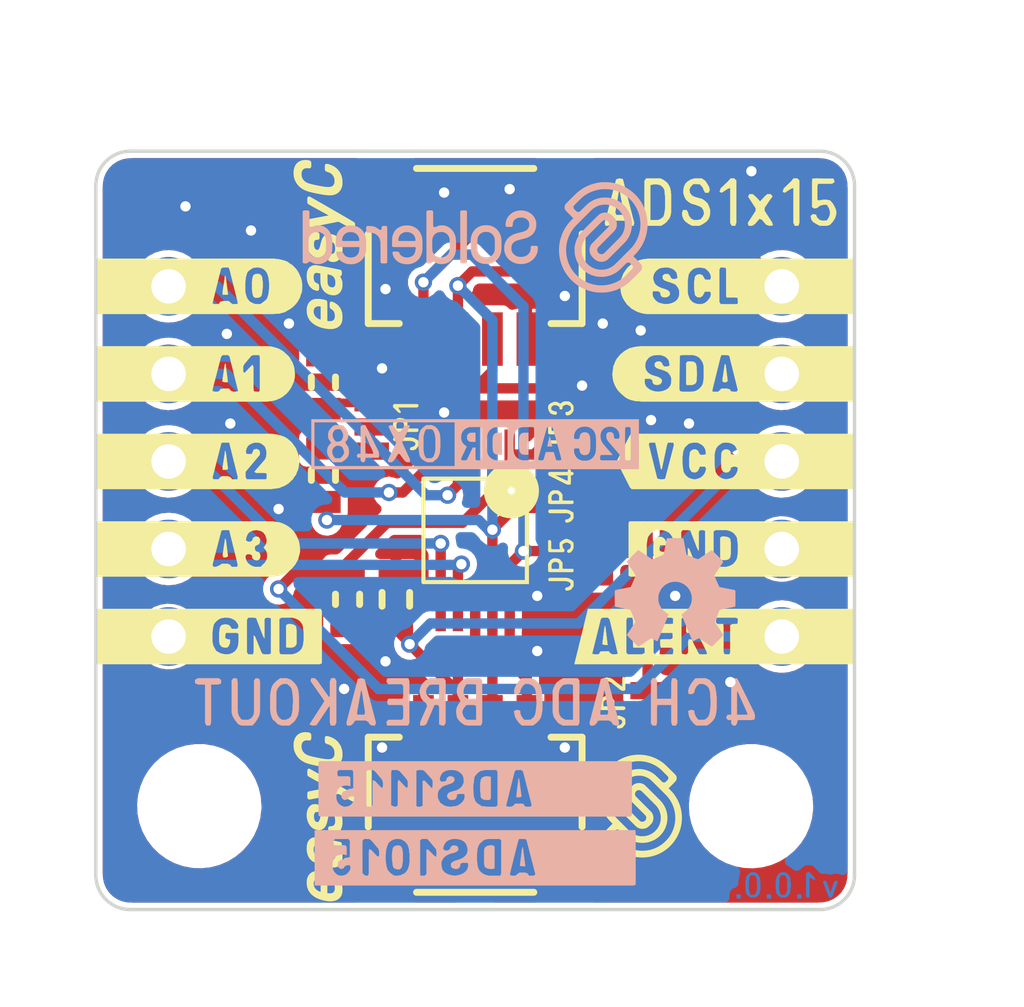
<source format=kicad_pcb>
(kicad_pcb (version 20210126) (generator pcbnew)
  (layers (0 "F.Cu" signal) (31 "B.Cu" signal) (34 "B.Paste" user) (35 "F.Paste" user) (36 "B.SilkS" user "B.Silkscreen") (37 "F.SilkS" user "F.Silkscreen") (38 "B.Mask" user) (39 "F.Mask" user) (44 "Edge.Cuts" user))
  (net 0 "")
  (net 1 "GND")
  (net 2 "VCC")
  (net 3 "Net-(JP1-Pad3)")
  (net 4 "Net-(JP1-Pad1)")
  (net 5 "ADDR")
  (net 6 "SDA")
  (net 7 "SCL")
  (net 8 "AIN0")
  (net 9 "AIN1")
  (net 10 "AIN2")
  (net 11 "AIN3")
  (net 12 "ALERT{slash}RDY")
  (footprint "e-radionica.com footprinti:0603C" (layer "F.Cu") (at 98.7 141 90)
    (fp_text reference "C1")
    (fp_text value "0.1uF")
    (pad "1" smd rect (at -0.73 0 90) (size 0.66 1) (layers "F.Cu" "F.Paste" "F.Mask") (net 2 "VCC"))
    (pad "2" smd rect (at 0.73 0 90) (size 0.66 1) (layers "F.Cu" "F.Paste" "F.Mask") (net 1 "GND"))
  )
  (footprint "e-radionica.com footprinti:easyC-connector" (layer "F.Cu") (at 101 131.3)
    (fp_text reference "K4")
    (fp_text value "easyC-SMD")
    (pad "1" smd rect (at -1.5 2.15) (size 0.6 1.55) (layers "F.Cu" "F.Paste" "F.Mask") (net 7 "SCL"))
    (pad "2" smd rect (at -0.5 2.15) (size 0.6 1.55) (layers "F.Cu" "F.Paste" "F.Mask") (net 6 "SDA"))
    (pad "3" smd rect (at 0.5 2.15) (size 0.6 1.55) (layers "F.Cu" "F.Paste" "F.Mask") (net 2 "VCC"))
    (pad "4" smd rect (at 1.5 2.15) (size 0.6 1.55) (layers "F.Cu" "F.Paste" "F.Mask") (net 1 "GND"))
    (pad "5" smd rect (at 2.6 -2.15) (size 1.2 1.8) (layers "F.Cu" "F.Paste" "F.Mask") (net 1 "GND"))
    (pad "5" smd rect (at -2.6 -2.15) (size 1.2 1.8) (layers "F.Cu" "F.Paste" "F.Mask") (net 1 "GND"))
  )
  (footprint "e-radionica.com footprinti:0603R" (layer "F.Cu") (at 96.6 134.7 90)
    (fp_text reference "R2")
    (fp_text value "10k")
    (pad "1" smd rect (at -0.775 0 180) (size 1 0.64) (layers "F.Cu" "F.Paste" "F.Mask") (net 3 "Net-(JP1-Pad3)"))
    (pad "2" smd rect (at 0.775 0 180) (size 1 0.64) (layers "F.Cu" "F.Paste" "F.Mask") (net 7 "SCL"))
  )
  (footprint "buzzardLabel" (layer "F.Cu") (at 89.6 137)
    (fp_text reference "" (at 0 0) (layer "F.SilkS") (effects (font (size 1.27 1.27))))
    (fp_text value "" (at 0 0) (layer "F.SilkS") (effects (font (size 1.27 1.27))))
  )
  (footprint "buzzardLabel" (layer "F.Cu") (at 112.4 139.54)
    (fp_text reference "" (at 0 0) (layer "F.SilkS") (effects (font (size 1.27 1.27))))
    (fp_text value "" (at 0 0) (layer "F.SilkS") (effects (font (size 1.27 1.27))))
  )
  (footprint "buzzardLabel" (layer "F.Cu") (at 112.4 137)
    (fp_text reference "" (at 0 0) (layer "F.SilkS") (effects (font (size 1.27 1.27))))
    (fp_text value "" (at 0 0) (layer "F.SilkS") (effects (font (size 1.27 1.27))))
  )
  (footprint "e-radionica.com footprinti:SMD_JUMPER_3_PAD_TRACE" (layer "F.Cu") (at 98 136 90)
    (fp_text reference "JP1")
    (fp_text value "SMD_JUMPER_3_PAD_CONNECTED")
    (fp_poly (pts (xy 0.45 0.05) (xy 0.25 0.05) (xy 0.25 -0.05) (xy 0.45 -0.05)) (layer "F.Cu") (width 0.1) (fill solid))
    (fp_poly (pts (xy -0.25 0.05) (xy -0.45 0.05) (xy -0.45 -0.05) (xy -0.25 -0.05)) (layer "F.Cu") (width 0.1) (fill solid))
    (pad "1" smd rect (at -0.7 0 270) (size 0.5 1) (layers "F.Cu" "F.Mask") (net 4 "Net-(JP1-Pad1)"))
    (pad "2" smd custom (at 0 0 270) (size 0.5 1) (layers "F.Cu" "F.Mask") (net 2 "VCC") (options (clearance outline) (anchor rect)) (primitives))
    (pad "3" smd rect (at 0.7 0 270) (size 0.5 1) (layers "F.Cu" "F.Mask") (net 3 "Net-(JP1-Pad3)"))
  )
  (footprint "buzzardLabel" (layer "F.Cu") (at 105 144 90)
    (fp_text reference "" (at 0 0 90) (layer "F.SilkS") (effects (font (size 1.27 1.27))))
    (fp_text value "" (at 0 0 90) (layer "F.SilkS") (effects (font (size 1.27 1.27))))
  )
  (footprint "Soldered Graphics:Logo-Front-Soldered-3mm" (layer "F.Cu") (at 105.8 147)
    (fp_text reference "G***" hide)
    (fp_text value "LOGO" hide)
  )
  (footprint "buzzardLabel" (layer "F.Cu") (at 112.4 131.92)
    (fp_text reference "" (at 0 0) (layer "F.SilkS") (effects (font (size 1.27 1.27))))
    (fp_text value "" (at 0 0) (layer "F.SilkS") (effects (font (size 1.27 1.27))))
  )
  (footprint "buzzardLabel" (layer "F.Cu") (at 89.6 139.54)
    (fp_text reference "" (at 0 0) (layer "F.SilkS") (effects (font (size 1.27 1.27))))
    (fp_text value "" (at 0 0) (layer "F.SilkS") (effects (font (size 1.27 1.27))))
  )
  (footprint "buzzardLabel" (layer "F.Cu") (at 103.5 138 90)
    (fp_text reference "" (at 0 0 90) (layer "F.SilkS") (effects (font (size 1.27 1.27))))
    (fp_text value "" (at 0 0 90) (layer "F.SilkS") (effects (font (size 1.27 1.27))))
  )
  (footprint "buzzardLabel" (layer "F.Cu") (at 89.6 142.08)
    (fp_text reference "" (at 0 0) (layer "F.SilkS") (effects (font (size 1.27 1.27))))
    (fp_text value "" (at 0 0) (layer "F.SilkS") (effects (font (size 1.27 1.27))))
  )
  (footprint "buzzardLabel" (layer "F.Cu") (at 103.5 136 90)
    (fp_text reference "" (at 0 0 90) (layer "F.SilkS") (effects (font (size 1.27 1.27))))
    (fp_text value "" (at 0 0 90) (layer "F.SilkS") (effects (font (size 1.27 1.27))))
  )
  (footprint "buzzardLabel" (layer "F.Cu") (at 89.6 134.46)
    (fp_text reference "" (at 0 0) (layer "F.SilkS") (effects (font (size 1.27 1.27))))
    (fp_text value "" (at 0 0) (layer "F.SilkS") (effects (font (size 1.27 1.27))))
  )
  (footprint "Soldered Graphics:Logo-Back-OSH-3.5mm" (layer "F.Cu") (at 106.8 140.8)
    (fp_text reference "G***" hide)
    (fp_text value "LOGO" hide)
  )
  (footprint "buzzardLabel" (layer "F.Cu") (at 112.4 142.08)
    (fp_text reference "" (at 0 0) (layer "F.SilkS") (effects (font (size 1.27 1.27))))
    (fp_text value "" (at 0 0) (layer "F.SilkS") (effects (font (size 1.27 1.27))))
  )
  (footprint "buzzardLabel" (layer "F.Cu") (at 103.5 140 90)
    (fp_text reference "" (at 0 0 90) (layer "F.SilkS") (effects (font (size 1.27 1.27))))
    (fp_text value "" (at 0 0 90) (layer "F.SilkS") (effects (font (size 1.27 1.27))))
  )
  (footprint "Soldered Graphics:Logo-Front-easyC-5mm" (layer "F.Cu") (at 96.6 147.3 90)
    (fp_text reference "G***" hide)
    (fp_text value "LOGO" hide)
  )
  (footprint "e-radionica.com footprinti:0603R" (layer "F.Cu") (at 96.6 137.4 90)
    (fp_text reference "R3")
    (fp_text value "10k")
    (pad "1" smd rect (at -0.775 0 180) (size 1 0.64) (layers "F.Cu" "F.Paste" "F.Mask") (net 6 "SDA"))
    (pad "2" smd rect (at 0.775 0 180) (size 1 0.64) (layers "F.Cu" "F.Paste" "F.Mask") (net 4 "Net-(JP1-Pad1)"))
  )
  (footprint "buzzardLabel" (layer "F.Cu") (at 108.1 129.5)
    (fp_text reference "" (at 0 0) (layer "F.SilkS") (effects (font (size 1.27 1.27))))
    (fp_text value "" (at 0 0) (layer "F.SilkS") (effects (font (size 1.27 1.27))))
  )
  (footprint "e-radionica.com footprinti:SMD_JUMPER_CONNECTED" (layer "F.Cu") (at 106 144 -90)
    (fp_text reference "JP2")
    (fp_text value "0x48")
    (pad "1" smd rect (at -0.35 0 270) (size 0.5 1) (layers "F.Cu" "F.Paste" "F.Mask") (net 5 "ADDR"))
    (pad "2" smd rect (at 0.35 0 270) (size 0.5 1) (layers "F.Cu" "F.Paste" "F.Mask") (net 1 "GND"))
  )
  (footprint "e-radionica.com footprinti:0603R" (layer "F.Cu") (at 97.3 141 -90)
    (fp_text reference "R1")
    (fp_text value "10k")
    (pad "1" smd rect (at -0.775 0) (size 1 0.64) (layers "F.Cu" "F.Paste" "F.Mask") (net 12 "ALERT{slash}RDY"))
    (pad "2" smd rect (at 0.775 0) (size 1 0.64) (layers "F.Cu" "F.Paste" "F.Mask") (net 2 "VCC"))
  )
  (footprint "buzzardLabel" (layer "F.Cu") (at 99 136 90)
    (fp_text reference "" (at 0 0 90) (layer "F.SilkS") (effects (font (size 1.27 1.27))))
    (fp_text value "" (at 0 0 90) (layer "F.SilkS") (effects (font (size 1.27 1.27))))
  )
  (footprint "e-radionica.com footprinti:HOLE_3.2mm" (layer "F.Cu") (at 93 147)
    (fp_text reference "H1" hide)
    (fp_text value "HOLE_3.2mm" hide)
    (pad "" np_thru_hole circle (at 0 0) (size 3.2 3.2) (drill 3.2) (layers F&B.Cu *.Mask))
  )
  (footprint "buzzardLabel" (layer "F.Cu") (at 89.6 131.92)
    (fp_text reference "" (at 0 0) (layer "F.SilkS") (effects (font (size 1.27 1.27))))
    (fp_text value "" (at 0 0) (layer "F.SilkS") (effects (font (size 1.27 1.27))))
  )
  (footprint "e-radionica.com footprinti:FIDUCIAL_1MM_PASTE" (layer "F.Cu") (at 101 149)
    (fp_text reference "FD1")
    (fp_text value "Fiducial_Stencil")
    (pad "1" smd circle (at 0 0) (size 1 1) (property pad_prop_fiducial_glob) (layers "F.Cu" "F.Paste" "F.Mask"))
  )
  (footprint "e-radionica.com footprinti:SMD_JUMPER" (layer "F.Cu") (at 104.5 136 90)
    (fp_text reference "JP3")
    (fp_text value "0x49")
    (pad "1" smd rect (at -0.35 0 90) (size 0.5 1) (layers "F.Cu" "F.Paste" "F.Mask") (net 5 "ADDR"))
    (pad "2" smd rect (at 0.35 0 90) (size 0.5 1) (layers "F.Cu" "F.Paste" "F.Mask") (net 2 "VCC"))
  )
  (footprint "buzzardLabel" (layer "F.Cu") (at 112.4 134.46)
    (fp_text reference "" (at 0 0) (layer "F.SilkS") (effects (font (size 1.27 1.27))))
    (fp_text value "" (at 0 0) (layer "F.SilkS") (effects (font (size 1.27 1.27))))
  )
  (footprint "Soldered Graphics:Logo-Back-SolderedFULL-10mm" (layer "F.Cu") (at 101 130.5)
    (fp_text reference "G***" hide)
    (fp_text value "LOGO" hide)
  )
  (footprint "e-radionica.com footprinti:SMD_JUMPER" (layer "F.Cu") (at 104.5 138 -90)
    (fp_text reference "JP4")
    (fp_text value "0x4A")
    (pad "1" smd rect (at -0.35 0 270) (size 0.5 1) (layers "F.Cu" "F.Paste" "F.Mask") (net 5 "ADDR"))
    (pad "2" smd rect (at 0.35 0 270) (size 0.5 1) (layers "F.Cu" "F.Paste" "F.Mask") (net 6 "SDA"))
  )
  (footprint "e-radionica.com footprinti:HOLE_3.2mm" (layer "F.Cu") (at 109 147)
    (fp_text reference "H2" hide)
    (fp_text value "HOLE_3.2mm" hide)
    (pad "" np_thru_hole circle (at 0 0) (size 3.2 3.2) (drill 3.2) (layers F&B.Cu *.Mask))
  )
  (footprint "e-radionica.com footprinti:SMD_JUMPER" (layer "F.Cu") (at 104.5 140 -90)
    (fp_text reference "JP5")
    (fp_text value "0x4B")
    (pad "1" smd rect (at -0.35 0 270) (size 0.5 1) (layers "F.Cu" "F.Paste" "F.Mask") (net 5 "ADDR"))
    (pad "2" smd rect (at 0.35 0 270) (size 0.5 1) (layers "F.Cu" "F.Paste" "F.Mask") (net 7 "SCL"))
  )
  (footprint "Soldered Graphics:Logo-Front-easyC-5mm" (layer "F.Cu") (at 96.6 130.7 90)
    (fp_text reference "G***" hide)
    (fp_text value "LOGO" hide)
  )
  (footprint "e-radionica.com footprinti:easyC-connector" (layer "F.Cu") (at 101 146.7 180)
    (fp_text reference "K3")
    (fp_text value "easyC-SMD")
    (pad "1" smd rect (at -1.5 2.15 180) (size 0.6 1.55) (layers "F.Cu" "F.Paste" "F.Mask") (net 7 "SCL"))
    (pad "2" smd rect (at -0.5 2.15 180) (size 0.6 1.55) (layers "F.Cu" "F.Paste" "F.Mask") (net 6 "SDA"))
    (pad "3" smd rect (at 0.5 2.15 180) (size 0.6 1.55) (layers "F.Cu" "F.Paste" "F.Mask") (net 2 "VCC"))
    (pad "4" smd rect (at 1.5 2.15 180) (size 0.6 1.55) (layers "F.Cu" "F.Paste" "F.Mask") (net 1 "GND"))
    (pad "5" smd rect (at 2.6 -2.15 180) (size 1.2 1.8) (layers "F.Cu" "F.Paste" "F.Mask") (net 1 "GND"))
    (pad "5" smd rect (at -2.6 -2.15 180) (size 1.2 1.8) (layers "F.Cu" "F.Paste" "F.Mask") (net 1 "GND"))
  )
  (footprint "e-radionica.com footprinti:VSSOP" (layer "F.Cu") (at 101 139 -90)
    (fp_text reference "U1")
    (fp_text value "ADS1115")
    (pad "1" smd rect (at -2.2 -1 270) (size 1.45 0.3) (layers "F.Cu" "F.Paste" "F.Mask") (net 5 "ADDR"))
    (pad "2" smd rect (at -2.2 -0.5 270) (size 1.45 0.3) (layers "F.Cu" "F.Paste" "F.Mask") (net 12 "ALERT{slash}RDY"))
    (pad "3" smd rect (at -2.2 0 270) (size 1.45 0.3) (layers "F.Cu" "F.Paste" "F.Mask") (net 1 "GND"))
    (pad "4" smd rect (at -2.2 0.5 270) (size 1.45 0.3) (layers "F.Cu" "F.Paste" "F.Mask") (net 8 "AIN0"))
    (pad "5" smd rect (at -2.2 1 270) (size 1.45 0.3) (layers "F.Cu" "F.Paste" "F.Mask") (net 9 "AIN1"))
    (pad "6" smd rect (at 2.2 1 270) (size 1.45 0.3) (layers "F.Cu" "F.Paste" "F.Mask") (net 10 "AIN2"))
    (pad "7" smd rect (at 2.2 0.5 270) (size 1.45 0.3) (layers "F.Cu" "F.Paste" "F.Mask") (net 11 "AIN3"))
    (pad "8" smd rect (at 2.2 0 270) (size 1.45 0.3) (layers "F.Cu" "F.Paste" "F.Mask") (net 2 "VCC"))
    (pad "9" smd rect (at 2.2 -0.5 270) (size 1.45 0.3) (layers "F.Cu" "F.Paste" "F.Mask") (net 6 "SDA"))
    (pad "10" smd rect (at 2.2 -1 270) (size 1.45 0.3) (layers "F.Cu" "F.Paste" "F.Mask") (net 7 "SCL"))
  )
  (footprint "Soldered Graphics:Version1.0.0." (layer "B.Cu") (at 110 149.3 180)
    (fp_text reference "" (at 0 0) (layer "B.SilkS") (effects (font (size 1.27 1.27)) (justify mirror)))
    (fp_text value "" (at 0 0) (layer "B.SilkS") (effects (font (size 1.27 1.27)) (justify mirror)))
    (fp_poly (pts (xy -0.44 -0.38) (xy -0.39 -0.38) (xy -0.34 -0.37) (xy -0.34 -0.33) (xy -0.34 -0.27) (xy -0.38 -0.26) (xy -0.43 -0.26) (xy -0.46 -0.29) (xy -0.46 -0.34) (xy -0.44 -0.38)) (layer "B.Cu") (width 0.01) (fill solid))
    (fp_poly (pts (xy -1.33 -0.35) (xy -1.27 -0.35) (xy -1.25 -0.31) (xy -1.09 0.1) (xy -1.11 0.13) (xy -1.16 0.13) (xy -1.19 0.1) (xy -1.28 -0.16) (xy -1.3 -0.21) (xy -1.32 -0.17) (xy -1.41 0.09) (xy -1.44 0.13) (xy -1.49 0.13) (xy -1.51 0.1) (xy -1.36 -0.31) (xy -1.33 -0.35)) (layer "B.Cu") (width 0.01) (fill solid))
    (fp_poly (pts (xy 0.43 -0.38) (xy 0.48 -0.38) (xy 0.54 -0.37) (xy 0.54 -0.33) (xy 0.54 -0.27) (xy 0.5 -0.26) (xy 0.45 -0.26) (xy 0.42 -0.29) (xy 0.42 -0.34) (xy 0.43 -0.38)) (layer "B.Cu") (width 0.01) (fill solid))
    (fp_poly (pts (xy 0.93 -0.35) (xy 0.99 -0.35) (xy 1.04 -0.33) (xy 1.01 -0.28) (xy 0.91 -0.28) (xy 0.87 -0.25) (xy 0.85 -0.2) (xy 0.83 -0.15) (xy 0.83 -0.11) (xy 0.82 0.01) (xy 0.83 0.13) (xy 0.83 0.17) (xy 0.84 0.22) (xy 0.87 0.27) (xy 0.9 0.3) (xy 1.01 0.3) (xy 1.04 0.26) (xy 1.05 0.21) (xy 1.06 0.15) (xy 1.07 0.05) (xy 1.07 -0.08) (xy 1.06 -0.12) (xy 1.06 -0.17) (xy 1.04 -0.22) (xy 1.02 -0.27) (xy 1.01 -0.28) (xy 1.05 -0.32) (xy 1.09 -0.29) (xy 1.12 -0.26) (xy 1.14 -0.22) (xy 1.15 -0.16) (xy 1.16 -0.11) (xy 1.16 -0.06) (xy 1.16 0.06) (xy 1.16 0.12) (xy 1.15 0.17) (xy 1.14 0.22) (xy 1.13 0.27) (xy 1.1 0.3) (xy 1.06 0.34) (xy 1.01 0.37) (xy 0.95 0.38) (xy 0.9 0.38) (xy 0.84 0.35) (xy 0.8 0.31) (xy 0.78 0.28) (xy 0.75 0.23) (xy 0.74 0.18) (xy 0.74 0.13) (xy 0.73 0.08) (xy 0.73 -0.04) (xy 0.73 -0.1) (xy 0.74 -0.14) (xy 0.75 -0.2) (xy 0.77 -0.25) (xy 0.79 -0.28) (xy 0.83 -0.32) (xy 0.89 -0.35) (xy 0.93 -0.35)) (layer "B.Cu") (width 0.01) (fill solid))
    (fp_poly (pts (xy 0.06 -0.35) (xy 0.11 -0.35) (xy 0.17 -0.33) (xy 0.13 -0.28) (xy 0.03 -0.28) (xy -0.01 -0.25) (xy -0.03 -0.2) (xy -0.05 -0.15) (xy -0.05 -0.11) (xy -0.05 0.01) (xy -0.05 0.13) (xy -0.05 0.17) (xy -0.03 0.22) (xy -0.01 0.27) (xy 0.02 0.3) (xy 0.13 0.3) (xy 0.16 0.26) (xy 0.18 0.21) (xy 0.18 0.15) (xy 0.19 0.05) (xy 0.19 -0.08) (xy 0.19 -0.12) (xy 0.18 -0.17) (xy 0.16 -0.22) (xy 0.14 -0.27) (xy 0.14 -0.28) (xy 0.17 -0.32) (xy 0.21 -0.29) (xy 0.24 -0.26) (xy 0.26 -0.22) (xy 0.27 -0.16) (xy 0.28 -0.11) (xy 0.28 -0.06) (xy 0.28 0.06) (xy 0.28 0.12) (xy 0.27 0.17) (xy 0.26 0.22) (xy 0.25 0.27) (xy 0.22 0.3) (xy 0.19 0.34) (xy 0.13 0.37) (xy 0.08 0.38) (xy 0.02 0.38) (xy -0.03 0.35) (xy -0.08 0.31) (xy -0.1 0.28) (xy -0.12 0.23) (xy -0.14 0.18) (xy -0.14 0.13) (xy -0.15 0.08) (xy -0.15 -0.04) (xy -0.14 -0.1) (xy -0.14 -0.14) (xy -0.13 -0.2) (xy -0.11 -0.25) (xy -0.08 -0.28) (xy -0.05 -0.32) (xy 0.01 -0.35) (xy 0.06 -0.35)) (layer "B.Cu") (width 0.01) (fill solid))
    (fp_poly (pts (xy 1.31 -0.38) (xy 1.36 -0.38) (xy 1.41 -0.37) (xy 1.42 -0.33) (xy 1.42 -0.27) (xy 1.38 -0.26) (xy 1.33 -0.26) (xy 1.3 -0.29) (xy 1.3 -0.34) (xy 1.31 -0.38)) (layer "B.Cu") (width 0.01) (fill solid))
    (fp_poly (pts (xy -0.67 -0.35) (xy -0.62 -0.35) (xy -0.6 -0.31) (xy -0.6 0.35) (xy -0.64 0.38) (xy -0.69 0.38) (xy -0.73 0.34) (xy -0.84 0.22) (xy -0.86 0.17) (xy -0.83 0.16) (xy -0.73 0.22) (xy -0.69 0.23) (xy -0.69 -0.31) (xy -0.67 -0.35)) (layer "B.Cu") (width 0.01) (fill solid))
  )
  (footprint "Soldered Graphics:Symbol-Front-I2C-ADDR-Field" (layer "B.Cu") (at 101 136.5 180)
    (fp_text reference "REF**" hide)
    (fp_text value "Symbol-Front-I2C-ADDR-Field" hide)
  )
  (footprint "buzzardLabel" (layer "B.Cu") (at 98.35 136.5 180)
    (fp_text reference "" (at 0 0) (layer "B.SilkS") (effects (font (size 1.27 1.27)) (justify mirror)))
    (fp_text value "" (at 0 0) (layer "B.SilkS") (effects (font (size 1.27 1.27)) (justify mirror)))
  )
  (footprint "buzzardLabel" (layer "B.Cu") (at 101 146.5 180)
    (fp_text reference "" (at 0 0) (layer "B.SilkS") (effects (font (size 1.27 1.27)) (justify mirror)))
    (fp_text value "" (at 0 0) (layer "B.SilkS") (effects (font (size 1.27 1.27)) (justify mirror)))
  )
  (footprint "buzzardLabel" (layer "B.Cu") (at 101 144 180)
    (fp_text reference "" (at 0 0) (layer "B.SilkS") (effects (font (size 1.27 1.27)) (justify mirror)))
    (fp_text value "" (at 0 0) (layer "B.SilkS") (effects (font (size 1.27 1.27)) (justify mirror)))
  )
  (footprint "e-radionica.com footprinti:HEADER_MALE_1X1" (layer "B.Cu") (at 109.89 142.08 180)
    (fp_text reference "K5")
    (fp_text value "HEADER_MALE_1X1")
    (pad "1" thru_hole circle (at 0 0 180) (size 1.7 1.7) (drill 1) (layers *.Cu *.Mask) (net 12 "ALERT{slash}RDY"))
  )
  (footprint "e-radionica.com footprinti:HEADER_MALE_5X1" (layer "B.Cu") (at 92.11 137 90)
    (fp_text reference "K1")
    (fp_text value "HEADER_MALE_5X1")
    (pad "1" thru_hole circle (at -5.08 0 90) (size 1.7 1.7) (drill 1) (layers *.Cu *.Mask) (net 1 "GND"))
    (pad "2" thru_hole circle (at -2.54 0 90) (size 1.7 1.7) (drill 1) (layers *.Cu *.Mask) (net 11 "AIN3"))
    (pad "3" thru_hole circle (at 0 0 90) (size 1.7 1.7) (drill 1) (layers *.Cu *.Mask) (net 10 "AIN2"))
    (pad "4" thru_hole circle (at 2.54 0 90) (size 1.7 1.7) (drill 1) (layers *.Cu *.Mask) (net 9 "AIN1"))
    (pad "5" thru_hole circle (at 5.08 0 90) (size 1.7 1.7) (drill 1) (layers *.Cu *.Mask) (net 8 "AIN0"))
  )
  (footprint "e-radionica.com footprinti:HEADER_MALE_4X1" (layer "B.Cu") (at 109.89 135.73 90)
    (fp_text reference "K2")
    (fp_text value "HEADER_MALE_4X1")
    (pad "1" thru_hole circle (at -3.81 0 90) (size 1.7 1.7) (drill 1) (layers *.Cu *.Mask) (net 1 "GND"))
    (pad "2" thru_hole circle (at -1.27 0 90) (size 1.7 1.7) (drill 1) (layers *.Cu *.Mask) (net 2 "VCC"))
    (pad "3" thru_hole circle (at 1.27 0 90) (size 1.7 1.7) (drill 1) (layers *.Cu *.Mask) (net 6 "SDA"))
    (pad "4" thru_hole circle (at 3.81 0 90) (size 1.7 1.7) (drill 1) (layers *.Cu *.Mask) (net 7 "SCL"))
  )
  (footprint "buzzardLabel" (layer "B.Cu") (at 101 148.5 180)
    (fp_text reference "" (at 0 0) (layer "B.SilkS") (effects (font (size 1.27 1.27)) (justify mirror)))
    (fp_text value "" (at 0 0) (layer "B.SilkS") (effects (font (size 1.27 1.27)) (justify mirror)))
  )
  (gr_arc (start 91 129) (end 90 129) (angle 90) (layer "Edge.Cuts") (width 0.1))
  (gr_line (start 90 149) (end 90 129) (layer "Edge.Cuts") (width 0.1))
  (gr_arc (start 91 149) (end 91 150) (angle 90) (layer "Edge.Cuts") (width 0.1))
  (gr_line (start 91 128) (end 111 128) (layer "Edge.Cuts") (width 0.1))
  (gr_arc (start 111 149) (end 112 149) (angle 90) (layer "Edge.Cuts") (width 0.1))
  (gr_arc (start 111 129) (end 111 128) (angle 90) (layer "Edge.Cuts") (width 0.1))
  (gr_line (start 112 129) (end 112 149) (layer "Edge.Cuts") (width 0.1))
  (gr_line (start 111 150) (end 91 150) (layer "Edge.Cuts") (width 0.1))
  (via (at 98.3 134.3) (size 0.5) (drill 0.3) (layers "F.Cu" "B.Cu") (net 1))
  (via (at 93.9 135.9) (size 0.5) (drill 0.3) (layers "F.Cu" "B.Cu") (net 1))
  (via (at 92.6 129.6) (size 0.5) (drill 0.3) (layers "F.Cu" "B.Cu") (net 1))
  (via (at 102 129.1) (size 0.5) (drill 0.3) (layers "F.Cu" "B.Cu") (net 1))
  (via (at 94.5 130.3) (size 0.5) (drill 0.3) (layers "F.Cu" "B.Cu") (net 1))
  (via (at 102.8 142.5) (size 0.5) (drill 0.3) (layers "F.Cu" "B.Cu") (net 1))
  (via (at 100.1 129.2) (size 0.5) (drill 0.3) (layers "F.Cu" "B.Cu") (net 1))
  (via (at 108.4 143.4) (size 0.5) (drill 0.3) (layers "F.Cu" "B.Cu") (net 1))
  (via (at 106.1 135.8) (size 0.5) (drill 0.3) (layers "F.Cu" "B.Cu") (net 1))
  (via (at 98.4 132) (size 0.5) (drill 0.3) (layers "F.Cu" "B.Cu") (net 1))
  (via (at 100.1 135.58) (size 0.5) (drill 0.3) (layers "F.Cu" "B.Cu") (net 1))
  (via (at 103.6 132.2) (size 0.5) (drill 0.3) (layers "F.Cu" "B.Cu") (net 1))
  (via (at 104.7 133) (size 0.5) (drill 0.3) (layers "F.Cu" "B.Cu") (net 1))
  (via (at 106.8 140.9) (size 0.5) (drill 0.3) (layers "F.Cu" "B.Cu") (net 1))
  (via (at 98.3 145.3) (size 0.5) (drill 0.3) (layers "F.Cu" "B.Cu") (net 1))
  (via (at 97.2 143.6) (size 0.5) (drill 0.3) (layers "F.Cu" "B.Cu") (net 1))
  (via (at 98.4 142.8) (size 0.5) (drill 0.3) (layers "F.Cu" "B.Cu") (net 1))
  (via (at 105.8 133.2) (size 0.5) (drill 0.3) (layers "F.Cu" "B.Cu") (net 1))
  (via (at 104.1 134.8) (size 0.5) (drill 0.3) (layers "F.Cu" "B.Cu") (net 1))
  (via (at 93.8 133.3) (size 0.5) (drill 0.3) (layers "F.Cu" "B.Cu") (net 1))
  (via (at 103.6 145.3) (size 0.5) (drill 0.3) (layers "F.Cu" "B.Cu") (net 1))
  (via (at 102.8 140.9) (size 0.5) (drill 0.3) (layers "F.Cu" "B.Cu") (net 1))
  (via (at 107.2 135.9) (size 0.5) (drill 0.3) (layers "F.Cu" "B.Cu") (net 1))
  (via (at 95.3 138.38) (size 0.5) (drill 0.3) (layers "F.Cu" "B.Cu") (net 1))
  (via (at 109.01 128.58) (size 0.5) (drill 0.3) (layers "F.Cu" "B.Cu") (net 1))
  (via (at 95.6 133) (size 0.5) (drill 0.3) (layers "F.Cu" "B.Cu") (net 1))
  (segment (start 101 134.88) (end 99.82 134.88) (width 0.3) (layer "F.Cu") (net 2))
  (segment (start 104.5 135.65) (end 104.5 135.3) (width 0.3) (layer "F.Cu") (net 2))
  (segment (start 109.2 137) (end 109.89 137) (width 0.3) (layer "F.Cu") (net 2))
  (segment (start 102.9 134.88) (end 103.68 134.1) (width 0.3) (layer "F.Cu") (net 2))
  (segment (start 106.3 134.1) (end 109.2 137) (width 0.3) (layer "F.Cu") (net 2))
  (segment (start 101 134.88) (end 102.9 134.88) (width 0.3) (layer "F.Cu") (net 2))
  (segment (start 99.82 134.88) (end 98.7 136) (width 0.3) (layer "F.Cu") (net 2))
  (segment (start 101 142.5) (end 101 141.2) (width 0.3) (layer "F.Cu") (net 2))
  (segment (start 110 137) (end 110.5 137) (width 0.3) (layer "F.Cu") (net 2))
  (segment (start 101.5 133.45) (end 101.5 134.38) (width 0.3) (layer "F.Cu") (net 2))
  (segment (start 101.5 134.38) (end 101 134.88) (width 0.3) (layer "F.Cu") (net 2))
  (segment (start 105.7 134.1) (end 106.3 134.1) (width 0.3) (layer "F.Cu") (net 2))
  (segment (start 100.5 143.73) (end 100.5 144.85) (width 0.3) (layer "F.Cu") (net 2))
  (segment (start 97.3 141.775) (end 98.655 141.775) (width 0.25) (layer "F.Cu") (net 2))
  (segment (start 99.1 142.3) (end 100.5 143.7) (width 0.3) (layer "F.Cu") (net 2))
  (segment (start 100.5 143) (end 101 142.5) (width 0.3) (layer "F.Cu") (net 2))
  (segment (start 100.5 143.7) (end 100.5 144.55) (width 0.3) (layer "F.Cu") (net 2))
  (segment (start 100.5 144.85) (end 100.5 143) (width 0.3) (layer "F.Cu") (net 2))
  (segment (start 98.7 141.73) (end 98.7 141.9) (width 0.25) (layer "F.Cu") (net 2))
  (segment (start 103.68 134.1) (end 105.7 134.1) (width 0.3) (layer "F.Cu") (net 2))
  (segment (start 98.655 141.775) (end 98.7 141.73) (width 0.25) (layer "F.Cu") (net 2))
  (segment (start 98.7 136) (end 98 136) (width 0.3) (layer "F.Cu") (net 2))
  (segment (start 98.7 141.9) (end 99.1 142.3) (width 0.25) (layer "F.Cu") (net 2))
  (segment (start 104.5 135.3) (end 105.7 134.1) (width 0.3) (layer "F.Cu") (net 2))
  (via (at 99.1 142.3) (size 0.5) (drill 0.3) (layers "F.Cu" "B.Cu") (net 2))
  (segment (start 108.7 137) (end 109.89 137) (width 0.3) (layer "B.Cu") (net 2))
  (segment (start 99.7 141.7) (end 104 141.7) (width 0.3) (layer "B.Cu") (net 2))
  (segment (start 104 141.7) (end 108.7 137) (width 0.3) (layer "B.Cu") (net 2))
  (segment (start 99.1 142.3) (end 99.7 141.7) (width 0.3) (layer "B.Cu") (net 2))
  (segment (start 96.775 135.3) (end 96.6 135.475) (width 0.25) (layer "F.Cu") (net 3))
  (segment (start 98 135.3) (end 96.775 135.3) (width 0.25) (layer "F.Cu") (net 3))
  (segment (start 98 136.7) (end 96.675 136.7) (width 0.25) (layer "F.Cu") (net 4))
  (segment (start 96.675 136.7) (end 96.6 136.625) (width 0.25) (layer "F.Cu") (net 4))
  (segment (start 102.7 136.8) (end 103.15 136.35) (width 0.3) (layer "F.Cu") (net 5))
  (segment (start 106 143.65) (end 106 139.3) (width 0.3) (layer "F.Cu") (net 5))
  (segment (start 105.05 137.65) (end 104.5 137.65) (width 0.3) (layer "F.Cu") (net 5))
  (segment (start 105.65 139.65) (end 106 139.3) (width 0.3) (layer "F.Cu") (net 5))
  (segment (start 106 138.6) (end 105.5 138.1) (width 0.3) (layer "F.Cu") (net 5))
  (segment (start 106 139.3) (end 106 138.6) (width 0.3) (layer "F.Cu") (net 5))
  (segment (start 104.5 137.65) (end 104.5 136.35) (width 0.3) (layer "F.Cu") (net 5))
  (segment (start 104.5 139.65) (end 105.65 139.65) (width 0.3) (layer "F.Cu") (net 5))
  (segment (start 102 136.8) (end 102.7 136.8) (width 0.3) (layer "F.Cu") (net 5))
  (segment (start 103.15 136.35) (end 104.5 136.35) (width 0.3) (layer "F.Cu") (net 5))
  (segment (start 105.5 138.1) (end 105.05 137.65) (width 0.3) (layer "F.Cu") (net 5))
  (segment (start 105.988001 131.488001) (end 108.96 134.46) (width 0.3) (layer "F.Cu") (net 6))
  (segment (start 101.5 144.85) (end 101.5 141.2) (width 0.3) (layer "F.Cu") (net 6))
  (segment (start 101.5 141.2) (end 101.5 138.98) (width 0.3) (layer "F.Cu") (net 6))
  (segment (start 100.5 131.9) (end 100.911999 131.488001) (width 0.3) (layer "F.Cu") (net 6))
  (segment (start 100.911999 131.488001) (end 105.988001 131.488001) (width 0.3) (layer "F.Cu") (net 6))
  (segment (start 100.5 133.15) (end 100.5 134.1) (width 0.3) (layer "F.Cu") (net 6))
  (segment (start 100.5 133.15) (end 100.5 131.9) (width 0.3) (layer "F.Cu") (net 6))
  (segment (start 104.5 138.35) (end 102.13 138.35) (width 0.3) (layer "F.Cu") (net 6))
  (segment (start 102.13 138.35) (end 101.5 138.98) (width 0.3) (layer "F.Cu") (net 6))
  (via (at 101.5 138.98) (size 0.5) (drill 0.3) (layers "F.Cu" "B.Cu") (net 6))
  (via (at 100.5 131.9) (size 0.5) (drill 0.3) (layers "F.Cu" "B.Cu") (net 6))
  (via (at 96.7 138.7) (size 0.5) (drill 0.3) (layers "F.Cu" "B.Cu") (net 6))
  (segment (start 96.7 138.7) (end 101.1 138.7) (width 0.3) (layer "B.Cu") (net 6))
  (segment (start 101.5 139.1) (end 101.5 138.98) (width 0.3) (layer "B.Cu") (net 6))
  (segment (start 100.5 131.9) (end 101.5 132.9) (width 0.3) (layer "B.Cu") (net 6))
  (segment (start 101.5 132.9) (end 101.5 138.98) (width 0.3) (layer "B.Cu") (net 6))
  (segment (start 101.1 138.7) (end 101.5 139.1) (width 0.3) (layer "B.Cu") (net 6))
  (segment (start 99.5 131.8) (end 99.5 133.15) (width 0.3) (layer "F.Cu") (net 7))
  (segment (start 102 142.8) (end 102.5 143.3) (width 0.3) (layer "F.Cu") (net 7))
  (segment (start 102 140) (end 102 141.2) (width 0.3) (layer "F.Cu") (net 7))
  (segment (start 102.5 144.85) (end 102.5 144) (width 0.3) (layer "F.Cu") (net 7))
  (segment (start 102.4 139.6) (end 102.9 139.6) (width 0.3) (layer "F.Cu") (net 7))
  (segment (start 102.4 139.6) (end 102 140) (width 0.3) (layer "F.Cu") (net 7))
  (segment (start 109.89 131.92) (end 108.469999 130.499999) (width 0.3) (layer "F.Cu") (net 7))
  (segment (start 97.075 133.45) (end 96.6 133.925) (width 0.25) (layer "F.Cu") (net 7))
  (segment (start 100.800001 130.499999) (end 99.5 131.8) (width 0.3) (layer "F.Cu") (net 7))
  (segment (start 102.5 143.3) (end 102.5 144.85) (width 0.3) (layer "F.Cu") (net 7))
  (segment (start 103.65 140.35) (end 104.5 140.35) (width 0.3) (layer "F.Cu") (net 7))
  (segment (start 99.5 133.45) (end 97.075 133.45) (width 0.25) (layer "F.Cu") (net 7))
  (segment (start 102 141.2) (end 102 142.8) (width 0.3) (layer "F.Cu") (net 7))
  (segment (start 102.9 139.6) (end 103.65 140.35) (width 0.3) (layer "F.Cu") (net 7))
  (segment (start 108.469999 130.499999) (end 100.800001 130.499999) (width 0.3) (layer "F.Cu") (net 7))
  (via (at 102.4 139.6) (size 0.5) (drill 0.3) (layers "F.Cu" "B.Cu") (net 7))
  (via (at 99.5 131.8) (size 0.5) (drill 0.3) (layers "F.Cu" "B.Cu") (net 7))
  (segment (start 99.5 131.8) (end 100.3 131) (width 0.3) (layer "B.Cu") (net 7))
  (segment (start 100.3 131) (end 100.9 131) (width 0.3) (layer "B.Cu") (net 7))
  (segment (start 102.4 139.6) (end 102.4 132.5) (width 0.3) (layer "B.Cu") (net 7))
  (segment (start 100.9 131) (end 102.4 132.5) (width 0.3) (layer "B.Cu") (net 7))
  (segment (start 100.5 137.68) (end 100.2 137.98) (width 0.3) (layer "F.Cu") (net 8))
  (segment (start 100.5 136.8) (end 100.5 137.68) (width 0.3) (layer "F.Cu") (net 8))
  (via (at 100.2 137.98) (size 0.5) (drill 0.3) (layers "F.Cu" "B.Cu") (net 8))
  (segment (start 93.52 131.92) (end 99.58 137.98) (width 0.3) (layer "B.Cu") (net 8))
  (segment (start 91.52 131.92) (end 91.5 131.92) (width 0.3) (layer "B.Cu") (net 8))
  (segment (start 93.52 131.92) (end 92.11 131.92) (width 0.3) (layer "B.Cu") (net 8))
  (segment (start 99.58 137.98) (end 100.2 137.98) (width 0.3) (layer "B.Cu") (net 8))
  (segment (start 98.5 137.9) (end 98.9 137.9) (width 0.3) (layer "F.Cu") (net 9))
  (segment (start 99.5 137.3) (end 100 136.8) (width 0.3) (layer "F.Cu") (net 9))
  (segment (start 98.9 137.9) (end 99.5 137.3) (width 0.3) (layer "F.Cu") (net 9))
  (via (at 98.5 137.9) (size 0.5) (drill 0.3) (layers "F.Cu" "B.Cu") (net 9))
  (segment (start 93.78 134.46) (end 92.11 134.46) (width 0.3) (layer "B.Cu") (net 9))
  (segment (start 98.5 137.9) (end 97.22 137.9) (width 0.3) (layer "B.Cu") (net 9))
  (segment (start 97.22 137.9) (end 93.78 134.46) (width 0.3) (layer "B.Cu") (net 9))
  (segment (start 100 141.2) (end 100 139.38) (width 0.3) (layer "F.Cu") (net 10))
  (via (at 100 139.38) (size 0.5) (drill 0.3) (layers "F.Cu" "B.Cu") (net 10))
  (segment (start 95.5 139.38) (end 95.72 139.38) (width 0.3) (layer "B.Cu") (net 10))
  (segment (start 95.72 139.38) (end 95.38 139.38) (width 0.3) (layer "B.Cu") (net 10))
  (segment (start 95.38 139.38) (end 93 137) (width 0.3) (layer "B.Cu") (net 10))
  (segment (start 95.72 139.38) (end 100 139.38) (width 0.3) (layer "B.Cu") (net 10))
  (segment (start 93 137) (end 92.11 137) (width 0.3) (layer "B.Cu") (net 10))
  (segment (start 100.5 140.08) (end 100.6 139.98) (width 0.3) (layer "F.Cu") (net 11))
  (segment (start 100.5 141.2) (end 100.5 140.08) (width 0.3) (layer "F.Cu") (net 11))
  (via (at 100.6 139.98) (size 0.5) (drill 0.3) (layers "F.Cu" "B.Cu") (net 11))
  (segment (start 100.58 140) (end 92.57 140) (width 0.3) (layer "B.Cu") (net 11))
  (segment (start 92.57 140) (end 92.11 139.54) (width 0.3) (layer "B.Cu") (net 11))
  (segment (start 100.6 139.98) (end 100.58 140) (width 0.3) (layer "B.Cu") (net 11))
  (segment (start 100.631998 138.78) (end 101.5 137.911998) (width 0.3) (layer "F.Cu") (net 12))
  (segment (start 101.5 137.911998) (end 101.5 136.8) (width 0.3) (layer "F.Cu") (net 12))
  (segment (start 95.775 140.225) (end 95.3 140.7) (width 0.3) (layer "F.Cu") (net 12))
  (segment (start 97.3 139.925) (end 97.3 140.225) (width 0.3) (layer "F.Cu") (net 12))
  (segment (start 95.775 140.225) (end 97.3 140.225) (width 0.3) (layer "F.Cu") (net 12))
  (segment (start 98.445 138.78) (end 97.3 139.925) (width 0.3) (layer "F.Cu") (net 12))
  (segment (start 98.445 138.78) (end 100.631998 138.78) (width 0.3) (layer "F.Cu") (net 12))
  (via (at 95.3 140.7) (size 0.5) (drill 0.3) (layers "F.Cu" "B.Cu") (net 12))
  (segment (start 107.22 142.08) (end 105.7 143.6) (width 0.3) (layer "B.Cu") (net 12))
  (segment (start 98.2 143.6) (end 95.3 140.7) (width 0.3) (layer "B.Cu") (net 12))
  (segment (start 107.22 142.08) (end 109.89 142.08) (width 0.3) (layer "B.Cu") (net 12))
  (segment (start 105.7 143.6) (end 98.2 143.6) (width 0.3) (layer "B.Cu") (net 12))
  (zone (net 1) (net_name "GND") (layers F&B.Cu) (connect_pads (clearance 0.2)) (min_thickness 0.3) (fill yes (thermal_gap 0.1) (thermal_bridge_width 0.3))
    (polygon (pts (xy 112 150) (xy 90 150) (xy 90 128) (xy 112 128)))
  )
)
</source>
